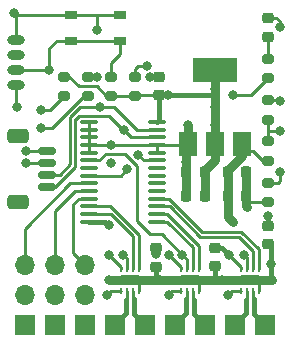
<source format=gbr>
%TF.GenerationSoftware,KiCad,Pcbnew,(6.0.8)*%
%TF.CreationDate,2023-03-28T19:59:17+01:00*%
%TF.ProjectId,m-link-plus,6d2d6c69-6e6b-42d7-906c-75732e6b6963,rev?*%
%TF.SameCoordinates,Original*%
%TF.FileFunction,Copper,L1,Top*%
%TF.FilePolarity,Positive*%
%FSLAX46Y46*%
G04 Gerber Fmt 4.6, Leading zero omitted, Abs format (unit mm)*
G04 Created by KiCad (PCBNEW (6.0.8)) date 2023-03-28 19:59:17*
%MOMM*%
%LPD*%
G01*
G04 APERTURE LIST*
G04 Aperture macros list*
%AMRoundRect*
0 Rectangle with rounded corners*
0 $1 Rounding radius*
0 $2 $3 $4 $5 $6 $7 $8 $9 X,Y pos of 4 corners*
0 Add a 4 corners polygon primitive as box body*
4,1,4,$2,$3,$4,$5,$6,$7,$8,$9,$2,$3,0*
0 Add four circle primitives for the rounded corners*
1,1,$1+$1,$2,$3*
1,1,$1+$1,$4,$5*
1,1,$1+$1,$6,$7*
1,1,$1+$1,$8,$9*
0 Add four rect primitives between the rounded corners*
20,1,$1+$1,$2,$3,$4,$5,0*
20,1,$1+$1,$4,$5,$6,$7,0*
20,1,$1+$1,$6,$7,$8,$9,0*
20,1,$1+$1,$8,$9,$2,$3,0*%
G04 Aperture macros list end*
%TA.AperFunction,SMDPad,CuDef*%
%ADD10RoundRect,0.225000X0.250000X-0.225000X0.250000X0.225000X-0.250000X0.225000X-0.250000X-0.225000X0*%
%TD*%
%TA.AperFunction,SMDPad,CuDef*%
%ADD11RoundRect,0.200000X0.275000X-0.200000X0.275000X0.200000X-0.275000X0.200000X-0.275000X-0.200000X0*%
%TD*%
%TA.AperFunction,SMDPad,CuDef*%
%ADD12R,0.250000X0.500000*%
%TD*%
%TA.AperFunction,SMDPad,CuDef*%
%ADD13R,1.600000X0.900000*%
%TD*%
%TA.AperFunction,SMDPad,CuDef*%
%ADD14R,1.500000X2.000000*%
%TD*%
%TA.AperFunction,SMDPad,CuDef*%
%ADD15R,3.800000X2.000000*%
%TD*%
%TA.AperFunction,SMDPad,CuDef*%
%ADD16RoundRect,0.218750X-0.256250X0.218750X-0.256250X-0.218750X0.256250X-0.218750X0.256250X0.218750X0*%
%TD*%
%TA.AperFunction,SMDPad,CuDef*%
%ADD17R,1.050000X0.650000*%
%TD*%
%TA.AperFunction,SMDPad,CuDef*%
%ADD18RoundRect,0.225000X-0.225000X-0.250000X0.225000X-0.250000X0.225000X0.250000X-0.225000X0.250000X0*%
%TD*%
%TA.AperFunction,SMDPad,CuDef*%
%ADD19RoundRect,0.225000X-0.250000X0.225000X-0.250000X-0.225000X0.250000X-0.225000X0.250000X0.225000X0*%
%TD*%
%TA.AperFunction,ComponentPad*%
%ADD20O,1.700000X1.700000*%
%TD*%
%TA.AperFunction,ComponentPad*%
%ADD21R,1.700000X1.700000*%
%TD*%
%TA.AperFunction,SMDPad,CuDef*%
%ADD22RoundRect,0.225000X0.225000X0.250000X-0.225000X0.250000X-0.225000X-0.250000X0.225000X-0.250000X0*%
%TD*%
%TA.AperFunction,SMDPad,CuDef*%
%ADD23RoundRect,0.100000X-0.637500X-0.100000X0.637500X-0.100000X0.637500X0.100000X-0.637500X0.100000X0*%
%TD*%
%TA.AperFunction,SMDPad,CuDef*%
%ADD24RoundRect,0.200000X-0.275000X0.200000X-0.275000X-0.200000X0.275000X-0.200000X0.275000X0.200000X0*%
%TD*%
%TA.AperFunction,SMDPad,CuDef*%
%ADD25RoundRect,0.150000X0.625000X-0.150000X0.625000X0.150000X-0.625000X0.150000X-0.625000X-0.150000X0*%
%TD*%
%TA.AperFunction,SMDPad,CuDef*%
%ADD26RoundRect,0.250000X0.650000X-0.350000X0.650000X0.350000X-0.650000X0.350000X-0.650000X-0.350000X0*%
%TD*%
%TA.AperFunction,SMDPad,CuDef*%
%ADD27O,1.500000X0.800000*%
%TD*%
%TA.AperFunction,ViaPad*%
%ADD28C,0.800000*%
%TD*%
%TA.AperFunction,Conductor*%
%ADD29C,0.400000*%
%TD*%
%TA.AperFunction,Conductor*%
%ADD30C,0.250000*%
%TD*%
%TA.AperFunction,Conductor*%
%ADD31C,0.800000*%
%TD*%
G04 APERTURE END LIST*
D10*
%TO.P,C10,1*%
%TO.N,+3V3*%
X92250000Y-77775000D03*
%TO.P,C10,2*%
%TO.N,GND*%
X92250000Y-76225000D03*
%TD*%
D11*
%TO.P,R1,1*%
%TO.N,+5V*%
X101500000Y-83325000D03*
%TO.P,R1,2*%
%TO.N,/ADC*%
X101500000Y-81675000D03*
%TD*%
D12*
%TO.P,U3,1,VM*%
%TO.N,+5V*%
X94125000Y-94334000D03*
%TO.P,U3,2,OUT1*%
%TO.N,/M2A*%
X94625000Y-94334000D03*
%TO.P,U3,3,OUT2*%
%TO.N,/M2B*%
X95125000Y-94334000D03*
%TO.P,U3,4,GND*%
%TO.N,GND*%
X95625000Y-94334000D03*
%TO.P,U3,5,IN2*%
%TO.N,/CH7*%
X95625000Y-92434000D03*
%TO.P,U3,6,IN1*%
%TO.N,/CH6*%
X95125000Y-92434000D03*
%TO.P,U3,7,~{SLEEP}*%
%TO.N,/SLEEP*%
X94625000Y-92434000D03*
%TO.P,U3,8,VCC*%
%TO.N,+3V3*%
X94125000Y-92434000D03*
D13*
%TO.P,U3,9,GND*%
%TO.N,GND*%
X94875000Y-93384000D03*
%TD*%
D14*
%TO.P,U1,1,GND*%
%TO.N,GND*%
X94700000Y-81900000D03*
%TO.P,U1,2,VO*%
%TO.N,+3V3*%
X97000000Y-81900000D03*
D15*
X97000000Y-75600000D03*
D14*
%TO.P,U1,3,VI*%
%TO.N,+5V*%
X99300000Y-81900000D03*
%TD*%
D16*
%TO.P,D1,1,K*%
%TO.N,GND*%
X101500000Y-71212500D03*
%TO.P,D1,2,A*%
%TO.N,Net-(D1-Pad2)*%
X101500000Y-72787500D03*
%TD*%
D17*
%TO.P,SW1,1,1*%
%TO.N,GND*%
X84850000Y-71000000D03*
X89000000Y-71000000D03*
%TO.P,SW1,2,2*%
%TO.N,/DTR*%
X89000000Y-73150000D03*
X84850000Y-73150000D03*
%TD*%
D12*
%TO.P,U6,1,VM*%
%TO.N,+5V*%
X99205000Y-94334000D03*
%TO.P,U6,2,OUT1*%
%TO.N,/M3A*%
X99705000Y-94334000D03*
%TO.P,U6,3,OUT2*%
%TO.N,/M3B*%
X100205000Y-94334000D03*
%TO.P,U6,4,GND*%
%TO.N,GND*%
X100705000Y-94334000D03*
%TO.P,U6,5,IN2*%
%TO.N,/CH9*%
X100705000Y-92434000D03*
%TO.P,U6,6,IN1*%
%TO.N,/CH8*%
X100205000Y-92434000D03*
%TO.P,U6,7,~{SLEEP}*%
%TO.N,/SLEEP*%
X99705000Y-92434000D03*
%TO.P,U6,8,VCC*%
%TO.N,+3V3*%
X99205000Y-92434000D03*
D13*
%TO.P,U6,9,GND*%
%TO.N,GND*%
X99955000Y-93384000D03*
%TD*%
D18*
%TO.P,C1,1*%
%TO.N,+5V*%
X98100000Y-86250000D03*
%TO.P,C1,2*%
%TO.N,GND*%
X99650000Y-86250000D03*
%TD*%
%TO.P,C3,1*%
%TO.N,+5V*%
X98100000Y-84250000D03*
%TO.P,C3,2*%
%TO.N,GND*%
X99650000Y-84250000D03*
%TD*%
D19*
%TO.P,C7,1*%
%TO.N,+3V3*%
X101500000Y-88825000D03*
%TO.P,C7,2*%
%TO.N,GND*%
X101500000Y-90375000D03*
%TD*%
D12*
%TO.P,U2,1,VM*%
%TO.N,+5V*%
X89045000Y-94334000D03*
%TO.P,U2,2,OUT1*%
%TO.N,/M1A*%
X89545000Y-94334000D03*
%TO.P,U2,3,OUT2*%
%TO.N,/M1B*%
X90045000Y-94334000D03*
%TO.P,U2,4,GND*%
%TO.N,GND*%
X90545000Y-94334000D03*
%TO.P,U2,5,IN2*%
%TO.N,/CH5*%
X90545000Y-92434000D03*
%TO.P,U2,6,IN1*%
%TO.N,/CH4*%
X90045000Y-92434000D03*
%TO.P,U2,7,~{SLEEP}*%
%TO.N,/SLEEP*%
X89545000Y-92434000D03*
%TO.P,U2,8,VCC*%
%TO.N,+3V3*%
X89045000Y-92434000D03*
D13*
%TO.P,U2,9,GND*%
%TO.N,GND*%
X89795000Y-93384000D03*
%TD*%
D20*
%TO.P,J3,1,Pin_1*%
%TO.N,/CH1*%
X80905000Y-92114000D03*
%TO.P,J3,2,Pin_2*%
%TO.N,+5V*%
X80905000Y-94654000D03*
D21*
%TO.P,J3,3,Pin_3*%
%TO.N,GND*%
X80905000Y-97194000D03*
D20*
%TO.P,J3,4,Pin_4*%
%TO.N,/CH2*%
X83445000Y-92114000D03*
%TO.P,J3,5,Pin_5*%
%TO.N,+5V*%
X83445000Y-94654000D03*
D21*
%TO.P,J3,6,Pin_6*%
%TO.N,GND*%
X83445000Y-97194000D03*
D20*
%TO.P,J3,7,Pin_7*%
%TO.N,/CH3*%
X85985000Y-92114000D03*
%TO.P,J3,8,Pin_8*%
%TO.N,+5V*%
X85985000Y-94654000D03*
D21*
%TO.P,J3,9,Pin_9*%
%TO.N,GND*%
X85985000Y-97194000D03*
%TO.P,J3,10,Pin_10*%
%TO.N,/M1A*%
X88525000Y-97194000D03*
%TO.P,J3,11,Pin_11*%
%TO.N,/M1B*%
X91065000Y-97194000D03*
%TO.P,J3,12,Pin_12*%
%TO.N,/M2A*%
X93605000Y-97194000D03*
%TO.P,J3,13,Pin_13*%
%TO.N,/M2B*%
X96145000Y-97194000D03*
%TO.P,J3,14,Pin_14*%
%TO.N,/M3A*%
X98685000Y-97194000D03*
%TO.P,J3,15,Pin_15*%
%TO.N,/M3B*%
X101225000Y-97194000D03*
%TD*%
D22*
%TO.P,C4,1*%
%TO.N,+3V3*%
X96150000Y-86250000D03*
%TO.P,C4,2*%
%TO.N,GND*%
X94600000Y-86250000D03*
%TD*%
D23*
%TO.P,U5,1,A0*%
%TO.N,GND*%
X86387500Y-80025000D03*
%TO.P,U5,2,A1*%
X86387500Y-80675000D03*
%TO.P,U5,3,A2*%
X86387500Y-81325000D03*
%TO.P,U5,4,A3*%
X86387500Y-81975000D03*
%TO.P,U5,5,A4*%
X86387500Y-82625000D03*
%TO.P,U5,6,LED0*%
%TO.N,/SLEEP*%
X86387500Y-83275000D03*
%TO.P,U5,7,LED1*%
%TO.N,unconnected-(U5-Pad7)*%
X86387500Y-83925000D03*
%TO.P,U5,8,LED2*%
%TO.N,/FEEDBACK*%
X86387500Y-84575000D03*
%TO.P,U5,9,LED3*%
%TO.N,/CH1*%
X86387500Y-85225000D03*
%TO.P,U5,10,LED4*%
%TO.N,/CH2*%
X86387500Y-85875000D03*
%TO.P,U5,11,LED5*%
%TO.N,/CH3*%
X86387500Y-86525000D03*
%TO.P,U5,12,LED6*%
%TO.N,/CH5*%
X86387500Y-87175000D03*
%TO.P,U5,13,LED7*%
%TO.N,/CH4*%
X86387500Y-87825000D03*
%TO.P,U5,14,VSS*%
%TO.N,GND*%
X86387500Y-88475000D03*
%TO.P,U5,15,LED8*%
%TO.N,/CH6*%
X92112500Y-88475000D03*
%TO.P,U5,16,LED9*%
%TO.N,/CH7*%
X92112500Y-87825000D03*
%TO.P,U5,17,LED10*%
%TO.N,/CH8*%
X92112500Y-87175000D03*
%TO.P,U5,18,LED11*%
%TO.N,/CH9*%
X92112500Y-86525000D03*
%TO.P,U5,19,LED12*%
%TO.N,unconnected-(U5-Pad19)*%
X92112500Y-85875000D03*
%TO.P,U5,20,LED13*%
%TO.N,unconnected-(U5-Pad20)*%
X92112500Y-85225000D03*
%TO.P,U5,21,LED14*%
%TO.N,unconnected-(U5-Pad21)*%
X92112500Y-84575000D03*
%TO.P,U5,22,LED15*%
%TO.N,unconnected-(U5-Pad22)*%
X92112500Y-83925000D03*
%TO.P,U5,23,~{OE}*%
%TO.N,/ENABLE*%
X92112500Y-83275000D03*
%TO.P,U5,24,A5*%
%TO.N,GND*%
X92112500Y-82625000D03*
%TO.P,U5,25,EXTCLK*%
X92112500Y-81975000D03*
%TO.P,U5,26,SCL*%
%TO.N,/SCL*%
X92112500Y-81325000D03*
%TO.P,U5,27,SDA*%
%TO.N,/SDA*%
X92112500Y-80675000D03*
%TO.P,U5,28,VDD*%
%TO.N,+3V3*%
X92112500Y-80025000D03*
%TD*%
D11*
%TO.P,R10,1*%
%TO.N,/LED1*%
X101500000Y-76325000D03*
%TO.P,R10,2*%
%TO.N,Net-(D1-Pad2)*%
X101500000Y-74675000D03*
%TD*%
D24*
%TO.P,R4,1*%
%TO.N,+3V3*%
X84250000Y-76175000D03*
%TO.P,R4,2*%
%TO.N,/RESET*%
X84250000Y-77825000D03*
%TD*%
D11*
%TO.P,R3,1*%
%TO.N,+3V3*%
X90250000Y-77825000D03*
%TO.P,R3,2*%
%TO.N,/EN*%
X90250000Y-76175000D03*
%TD*%
D19*
%TO.P,C5,1*%
%TO.N,+3V3*%
X97000000Y-90700000D03*
%TO.P,C5,2*%
%TO.N,GND*%
X97000000Y-92250000D03*
%TD*%
D25*
%TO.P,J5,1,Pin_1*%
%TO.N,/SCL*%
X82825000Y-85500000D03*
%TO.P,J5,2,Pin_2*%
%TO.N,/SDA*%
X82825000Y-84500000D03*
%TO.P,J5,3,Pin_3*%
%TO.N,+3V3*%
X82825000Y-83500000D03*
%TO.P,J5,4,Pin_4*%
%TO.N,GND*%
X82825000Y-82500000D03*
D26*
%TO.P,J5,MP*%
%TO.N,N/C*%
X80300000Y-86800000D03*
X80300000Y-81200000D03*
%TD*%
D22*
%TO.P,C2,1*%
%TO.N,+3V3*%
X96150000Y-84250000D03*
%TO.P,C2,2*%
%TO.N,GND*%
X94600000Y-84250000D03*
%TD*%
D19*
%TO.P,C6,1*%
%TO.N,+5V*%
X92000000Y-90725000D03*
%TO.P,C6,2*%
%TO.N,GND*%
X92000000Y-92275000D03*
%TD*%
D11*
%TO.P,R11,1*%
%TO.N,GND*%
X101500000Y-86825000D03*
%TO.P,R11,2*%
%TO.N,/SLEEP*%
X101500000Y-85175000D03*
%TD*%
%TO.P,R2,1*%
%TO.N,/ADC*%
X101500000Y-79825000D03*
%TO.P,R2,2*%
%TO.N,GND*%
X101500000Y-78175000D03*
%TD*%
%TO.P,R6,1*%
%TO.N,/MTDI*%
X86250000Y-77825000D03*
%TO.P,R6,2*%
%TO.N,GND*%
X86250000Y-76175000D03*
%TD*%
%TO.P,R5,1*%
%TO.N,+3V3*%
X88250000Y-77825000D03*
%TO.P,R5,2*%
%TO.N,/DTR*%
X88250000Y-76175000D03*
%TD*%
D27*
%TO.P,J4,1,Pin_1*%
%TO.N,+3V3*%
X80150000Y-76905000D03*
%TO.P,J4,2,Pin_2*%
%TO.N,/DTR*%
X80150000Y-75635000D03*
%TO.P,J4,3,Pin_3*%
%TO.N,unconnected-(J4-Pad3)*%
X80150000Y-74365000D03*
%TO.P,J4,4,Pin_4*%
%TO.N,GND*%
X80150000Y-73095000D03*
%TD*%
D28*
%TO.N,GND*%
X101762299Y-92012299D03*
X94750000Y-80250000D03*
X87000000Y-76250000D03*
X91500000Y-76250000D03*
X99750000Y-87250000D03*
X88200000Y-83500000D03*
X79987701Y-70787701D03*
X81000000Y-82500000D03*
X88000000Y-88750000D03*
X97634000Y-93384000D03*
X92366000Y-93384000D03*
X88000000Y-93400000D03*
X88200000Y-82000000D03*
X101800000Y-93400000D03*
X102500000Y-72000000D03*
X94600000Y-83400000D03*
X102500000Y-78250000D03*
X87000000Y-72250000D03*
%TO.N,/DTR*%
X83000000Y-75600000D03*
%TO.N,+5V*%
X98500000Y-88500000D03*
X98096000Y-94654000D03*
X87904000Y-94654000D03*
X93096000Y-94654000D03*
X92000000Y-91225500D03*
%TO.N,/RESET*%
X82250000Y-79000000D03*
%TO.N,/ADC*%
X102500000Y-80750000D03*
%TO.N,/EN*%
X91250000Y-75250000D03*
%TO.N,/MTDI*%
X82250000Y-80500000D03*
%TO.N,/LED1*%
X98500000Y-77750000D03*
%TO.N,+3V3*%
X97000000Y-78750000D03*
X88000000Y-91250000D03*
X97000000Y-80250000D03*
X97000000Y-77250000D03*
X98160000Y-91250000D03*
X80250000Y-78750000D03*
X101500000Y-88000000D03*
X81000000Y-83500000D03*
X97000000Y-83250000D03*
X93080000Y-91250000D03*
X93000000Y-77750000D03*
%TO.N,/SCL*%
X89300000Y-80700000D03*
%TO.N,/SDA*%
X87250000Y-78750000D03*
%TO.N,/SLEEP*%
X99480500Y-91250000D03*
X94250000Y-91250000D03*
X89250000Y-91250000D03*
X102500000Y-84250000D03*
%TO.N,/ENABLE*%
X90500000Y-82800000D03*
%TO.N,/FEEDBACK*%
X89600000Y-84000000D03*
%TD*%
D29*
%TO.N,GND*%
X101762299Y-93362299D02*
X101800000Y-93400000D01*
X101762299Y-92012299D02*
X101762299Y-93362299D01*
X101762299Y-90637299D02*
X101500000Y-90375000D01*
X101762299Y-92012299D02*
X101762299Y-90637299D01*
D30*
%TO.N,/CH9*%
X99243198Y-89306802D02*
X95943198Y-89306802D01*
X100705000Y-92434000D02*
X100705000Y-90768604D01*
X100705000Y-90768604D02*
X99243198Y-89306802D01*
%TO.N,/CH8*%
X100205000Y-90905000D02*
X99056802Y-89756802D01*
X100205000Y-92434000D02*
X100205000Y-90905000D01*
X95756802Y-89756802D02*
X99056802Y-89756802D01*
D29*
%TO.N,+3V3*%
X101500000Y-88000000D02*
X101500000Y-88825000D01*
D30*
%TO.N,/FEEDBACK*%
X86387500Y-84575000D02*
X89025000Y-84575000D01*
%TO.N,GND*%
X101500000Y-78175000D02*
X102425000Y-78175000D01*
D31*
X95716000Y-93384000D02*
X96884000Y-93384000D01*
D30*
X80150000Y-73095000D02*
X80150000Y-70950000D01*
D31*
X94600000Y-82000000D02*
X94700000Y-81900000D01*
D30*
X93250000Y-82000000D02*
X92137500Y-82000000D01*
X100705000Y-93845000D02*
X101116000Y-93434000D01*
D29*
X92250000Y-76225000D02*
X91525000Y-76225000D01*
D31*
X94700000Y-81900000D02*
X94700000Y-80300000D01*
D30*
X86925000Y-76175000D02*
X87000000Y-76250000D01*
X86387500Y-80025000D02*
X86387500Y-82625000D01*
X101500000Y-86825000D02*
X99975000Y-86825000D01*
D31*
X101132000Y-93400000D02*
X101800000Y-93400000D01*
X94875000Y-93384000D02*
X95716000Y-93384000D01*
D29*
X97000000Y-93268000D02*
X96884000Y-93384000D01*
D30*
X92112500Y-81975000D02*
X86387500Y-81975000D01*
X80200000Y-71000000D02*
X79987701Y-70787701D01*
D31*
X89795000Y-93384000D02*
X90866000Y-93384000D01*
D30*
X87000000Y-71000000D02*
X84850000Y-71000000D01*
X94600000Y-82000000D02*
X93250000Y-82000000D01*
D31*
X99955000Y-93384000D02*
X101116000Y-93384000D01*
D29*
X97000000Y-92250000D02*
X97000000Y-93268000D01*
D30*
X89000000Y-71000000D02*
X87000000Y-71000000D01*
D29*
X91525000Y-76225000D02*
X91500000Y-76250000D01*
D30*
X102500000Y-71500000D02*
X102212500Y-71212500D01*
D31*
X94600000Y-84250000D02*
X94600000Y-82000000D01*
X99650000Y-87150000D02*
X99750000Y-87250000D01*
D29*
X92000000Y-93268000D02*
X91884000Y-93384000D01*
D31*
X96884000Y-93384000D02*
X99955000Y-93384000D01*
D30*
X100705000Y-94334000D02*
X100705000Y-93845000D01*
D29*
X87725000Y-88475000D02*
X88000000Y-88750000D01*
D30*
X95625000Y-94334000D02*
X95625000Y-93475000D01*
X90545000Y-93705000D02*
X90866000Y-93384000D01*
X102500000Y-72000000D02*
X102500000Y-71500000D01*
D31*
X99650000Y-84250000D02*
X99650000Y-86250000D01*
X94600000Y-86250000D02*
X94600000Y-84250000D01*
D30*
X90545000Y-94334000D02*
X90545000Y-93705000D01*
X86250000Y-76175000D02*
X86925000Y-76175000D01*
X95625000Y-93475000D02*
X95716000Y-93384000D01*
X87000000Y-72250000D02*
X87000000Y-71000000D01*
X80150000Y-70950000D02*
X79987701Y-70787701D01*
D29*
X92000000Y-92275000D02*
X92000000Y-93268000D01*
D30*
X101116000Y-93434000D02*
X101116000Y-93384000D01*
D29*
X86387500Y-88475000D02*
X87725000Y-88475000D01*
D30*
X102425000Y-78175000D02*
X102500000Y-78250000D01*
X84850000Y-71000000D02*
X80200000Y-71000000D01*
D31*
X91884000Y-93384000D02*
X94875000Y-93384000D01*
D30*
X82825000Y-82500000D02*
X81000000Y-82500000D01*
D31*
X99650000Y-86250000D02*
X99650000Y-87150000D01*
D30*
X99975000Y-86825000D02*
X99650000Y-87150000D01*
D31*
X101116000Y-93384000D02*
X101132000Y-93400000D01*
X88016000Y-93384000D02*
X88000000Y-93400000D01*
D30*
X92112500Y-82625000D02*
X92112500Y-81975000D01*
X102212500Y-71212500D02*
X101500000Y-71212500D01*
D31*
X94700000Y-80300000D02*
X94750000Y-80250000D01*
X89795000Y-93384000D02*
X88016000Y-93384000D01*
D30*
X92137500Y-82000000D02*
X92112500Y-81975000D01*
D31*
X90866000Y-93384000D02*
X91884000Y-93384000D01*
D30*
%TO.N,/DTR*%
X80150000Y-75635000D02*
X82865000Y-75635000D01*
X84850000Y-73150000D02*
X89000000Y-73150000D01*
X88250000Y-75000000D02*
X88250000Y-76175000D01*
X83600000Y-73150000D02*
X84850000Y-73150000D01*
X83000000Y-73750000D02*
X83600000Y-73150000D01*
X82865000Y-75635000D02*
X83000000Y-75500000D01*
X89000000Y-73150000D02*
X89000000Y-74250000D01*
X83000000Y-75600000D02*
X83000000Y-73750000D01*
X89000000Y-74250000D02*
X88250000Y-75000000D01*
%TO.N,+5V*%
X88224000Y-94334000D02*
X87904000Y-94654000D01*
X101500000Y-83325000D02*
X101075000Y-83325000D01*
X89045000Y-94334000D02*
X88224000Y-94334000D01*
D31*
X98100000Y-84250000D02*
X98100000Y-84125000D01*
D29*
X92000000Y-90725000D02*
X92000000Y-91225500D01*
D31*
X99300000Y-82925000D02*
X99300000Y-81900000D01*
D30*
X94125000Y-94334000D02*
X93416000Y-94334000D01*
D31*
X98100000Y-88100000D02*
X98500000Y-88500000D01*
X98100000Y-84125000D02*
X99300000Y-82925000D01*
X98100000Y-86250000D02*
X98100000Y-88100000D01*
D30*
X99205000Y-94334000D02*
X98416000Y-94334000D01*
X98416000Y-94334000D02*
X98096000Y-94654000D01*
X100250000Y-82500000D02*
X99900000Y-82500000D01*
X99900000Y-82500000D02*
X99300000Y-81900000D01*
X93416000Y-94334000D02*
X93096000Y-94654000D01*
D31*
X98100000Y-86250000D02*
X98100000Y-84250000D01*
D30*
X101075000Y-83325000D02*
X100250000Y-82500000D01*
%TO.N,/RESET*%
X82250000Y-79000000D02*
X83075000Y-79000000D01*
X83075000Y-79000000D02*
X84250000Y-77825000D01*
%TO.N,/ADC*%
X101500000Y-80750000D02*
X102500000Y-80750000D01*
X101500000Y-81675000D02*
X101500000Y-80750000D01*
X101500000Y-80750000D02*
X101500000Y-79825000D01*
%TO.N,/EN*%
X90250000Y-76175000D02*
X90250000Y-75500000D01*
X90250000Y-75500000D02*
X90500000Y-75250000D01*
X90500000Y-75250000D02*
X91250000Y-75250000D01*
%TO.N,/CH1*%
X84775000Y-85225000D02*
X86387500Y-85225000D01*
X80905000Y-89095000D02*
X84775000Y-85225000D01*
X80905000Y-92114000D02*
X80905000Y-89095000D01*
%TO.N,/CH2*%
X83445000Y-92114000D02*
X83445000Y-87555000D01*
X83445000Y-87555000D02*
X85125000Y-85875000D01*
X85125000Y-85875000D02*
X86387500Y-85875000D01*
%TO.N,/CH3*%
X86387500Y-86525000D02*
X85475000Y-86525000D01*
X85000000Y-91129000D02*
X85985000Y-92114000D01*
X85000000Y-87000000D02*
X85000000Y-91129000D01*
X85475000Y-86525000D02*
X85000000Y-87000000D01*
%TO.N,/CH5*%
X88161396Y-87175000D02*
X86387500Y-87175000D01*
X90545000Y-92434000D02*
X90545000Y-89558604D01*
X90545000Y-89558604D02*
X88161396Y-87175000D01*
%TO.N,/CH4*%
X90045000Y-89695000D02*
X88175000Y-87825000D01*
X88175000Y-87825000D02*
X86387500Y-87825000D01*
X90045000Y-92434000D02*
X90045000Y-89695000D01*
%TO.N,Net-(D1-Pad2)*%
X101500000Y-74675000D02*
X101500000Y-72787500D01*
%TO.N,/CH6*%
X95125000Y-92434000D02*
X95125000Y-90625000D01*
X95125000Y-90625000D02*
X92975000Y-88475000D01*
X92975000Y-88475000D02*
X92112500Y-88475000D01*
%TO.N,/MTDI*%
X86250000Y-77825000D02*
X85902208Y-77825000D01*
X85902208Y-77825000D02*
X83227208Y-80500000D01*
X83227208Y-80500000D02*
X82250000Y-80500000D01*
%TO.N,/LED1*%
X101500000Y-76325000D02*
X100075000Y-77750000D01*
X100075000Y-77750000D02*
X98500000Y-77750000D01*
%TO.N,+3V3*%
X89045000Y-92434000D02*
X89045000Y-92295000D01*
X92250000Y-77775000D02*
X90300000Y-77775000D01*
X90250000Y-77825000D02*
X88250000Y-77825000D01*
D31*
X97000000Y-75600000D02*
X97000000Y-77750000D01*
D30*
X87825000Y-77825000D02*
X87000000Y-77000000D01*
D31*
X96150000Y-84250000D02*
X96150000Y-84100000D01*
X96150000Y-84100000D02*
X97000000Y-83250000D01*
D30*
X80150000Y-76905000D02*
X80150000Y-78650000D01*
D31*
X97000000Y-83250000D02*
X97000000Y-81900000D01*
X97000000Y-77750000D02*
X97000000Y-81900000D01*
D30*
X82825000Y-83500000D02*
X81000000Y-83500000D01*
X89045000Y-92295000D02*
X88000000Y-91250000D01*
X84675000Y-76175000D02*
X84250000Y-76175000D01*
X99205000Y-92295000D02*
X98160000Y-91250000D01*
D29*
X97000000Y-90700000D02*
X97610000Y-90700000D01*
X96975000Y-77775000D02*
X97000000Y-77750000D01*
D30*
X85500000Y-77000000D02*
X87000000Y-77000000D01*
X85500000Y-77000000D02*
X84675000Y-76175000D01*
D31*
X96150000Y-86250000D02*
X96150000Y-84250000D01*
D30*
X99205000Y-92434000D02*
X99205000Y-92295000D01*
X94125000Y-92295000D02*
X93080000Y-91250000D01*
D29*
X92250000Y-77775000D02*
X96975000Y-77775000D01*
D30*
X88250000Y-77825000D02*
X87825000Y-77825000D01*
D29*
X92250000Y-79887500D02*
X92112500Y-80025000D01*
D30*
X90300000Y-77775000D02*
X90250000Y-77825000D01*
X94125000Y-92434000D02*
X94125000Y-92295000D01*
X92250000Y-77775000D02*
X92975000Y-77775000D01*
X92975000Y-77775000D02*
X93000000Y-77750000D01*
X80150000Y-78650000D02*
X80250000Y-78750000D01*
D29*
X92250000Y-77775000D02*
X92250000Y-79887500D01*
X97610000Y-90700000D02*
X98160000Y-91250000D01*
D30*
%TO.N,/SCL*%
X83500000Y-85500000D02*
X85200000Y-83800000D01*
X89925000Y-81325000D02*
X89300000Y-80700000D01*
X89250000Y-80700000D02*
X88025000Y-79475000D01*
X82825000Y-85500000D02*
X83500000Y-85500000D01*
X85200000Y-79800000D02*
X85200000Y-83800000D01*
X85525000Y-79475000D02*
X85250000Y-79750000D01*
X85250000Y-79750000D02*
X85200000Y-79800000D01*
X88025000Y-79475000D02*
X85525000Y-79475000D01*
X89300000Y-80700000D02*
X89250000Y-80700000D01*
X92112500Y-81325000D02*
X89925000Y-81325000D01*
%TO.N,/SDA*%
X88500000Y-78750000D02*
X87250000Y-78750000D01*
X90425000Y-80675000D02*
X88500000Y-78750000D01*
X84750000Y-79613604D02*
X84750000Y-83613604D01*
X83863604Y-84500000D02*
X82825000Y-84500000D01*
X84750000Y-83613604D02*
X83863604Y-84500000D01*
X85413604Y-78950000D02*
X84750000Y-79613604D01*
X85613604Y-78750000D02*
X85413604Y-78950000D01*
X92112500Y-80675000D02*
X90425000Y-80675000D01*
X87250000Y-78750000D02*
X85613604Y-78750000D01*
%TO.N,/SLEEP*%
X89424695Y-82750000D02*
X90400000Y-83725305D01*
X87225000Y-83275000D02*
X87750000Y-82750000D01*
X90400000Y-88400000D02*
X91500000Y-89500000D01*
X99705000Y-91474500D02*
X99480500Y-91250000D01*
X101500000Y-85175000D02*
X102325000Y-85175000D01*
X99705000Y-92434000D02*
X99705000Y-91474500D01*
X92500000Y-89500000D02*
X94250000Y-91250000D01*
X90400000Y-83725305D02*
X90400000Y-88400000D01*
X89545000Y-92434000D02*
X89545000Y-91545000D01*
X94625000Y-91625000D02*
X94250000Y-91250000D01*
X86387500Y-83275000D02*
X87225000Y-83275000D01*
X102325000Y-85175000D02*
X102500000Y-85000000D01*
X102500000Y-85000000D02*
X102500000Y-84250000D01*
X91500000Y-89500000D02*
X92500000Y-89500000D01*
X89545000Y-91545000D02*
X89250000Y-91250000D01*
X94625000Y-92434000D02*
X94625000Y-91625000D01*
X87750000Y-82750000D02*
X89424695Y-82750000D01*
%TO.N,/CH7*%
X92961396Y-87825000D02*
X92112500Y-87825000D01*
X95625000Y-90488604D02*
X92961396Y-87825000D01*
X95625000Y-92434000D02*
X95625000Y-90488604D01*
%TO.N,/M1A*%
X89545000Y-94334000D02*
X89545000Y-96174000D01*
X89545000Y-96174000D02*
X88525000Y-97194000D01*
D29*
X89520000Y-96199000D02*
X89520000Y-95055000D01*
X88525000Y-97194000D02*
X89520000Y-96199000D01*
%TO.N,/M2A*%
X93605000Y-97194000D02*
X94600000Y-96199000D01*
D30*
X94625000Y-94334000D02*
X94625000Y-96174000D01*
D29*
X94600000Y-96199000D02*
X94600000Y-95025000D01*
D30*
X94625000Y-96174000D02*
X93605000Y-97194000D01*
%TO.N,/M2B*%
X95125000Y-96174000D02*
X96145000Y-97194000D01*
X95125000Y-94334000D02*
X95125000Y-96174000D01*
D29*
X96145000Y-97194000D02*
X95200000Y-96249000D01*
X95200000Y-96249000D02*
X95200000Y-95075000D01*
%TO.N,/M1B*%
X90120000Y-96249000D02*
X90120000Y-95045000D01*
D30*
X90045000Y-96174000D02*
X91065000Y-97194000D01*
X90045000Y-94334000D02*
X90045000Y-96174000D01*
D29*
X91065000Y-97194000D02*
X90120000Y-96249000D01*
D30*
%TO.N,/CH8*%
X92112500Y-87175000D02*
X93175000Y-87175000D01*
X93175000Y-87175000D02*
X95756802Y-89756802D01*
%TO.N,/CH9*%
X92112500Y-86525000D02*
X93161396Y-86525000D01*
X93161396Y-86525000D02*
X95943198Y-89306802D01*
D29*
%TO.N,/M3A*%
X98685000Y-97194000D02*
X99680000Y-96199000D01*
D30*
X99705000Y-96174000D02*
X98685000Y-97194000D01*
D29*
X99680000Y-96199000D02*
X99680000Y-95095000D01*
X98685000Y-97194000D02*
X99479000Y-96400000D01*
D30*
X99705000Y-94334000D02*
X99705000Y-96174000D01*
D29*
%TO.N,/M3B*%
X101225000Y-97194000D02*
X100280000Y-96249000D01*
D30*
X100205000Y-94334000D02*
X100205000Y-96174000D01*
X100205000Y-96174000D02*
X101225000Y-97194000D01*
D29*
X100280000Y-96249000D02*
X100280000Y-95005000D01*
D30*
%TO.N,/ENABLE*%
X92112500Y-83275000D02*
X90975000Y-83275000D01*
X90975000Y-83275000D02*
X90500000Y-82800000D01*
%TO.N,/FEEDBACK*%
X89025000Y-84575000D02*
X89600000Y-84000000D01*
%TD*%
M02*

</source>
